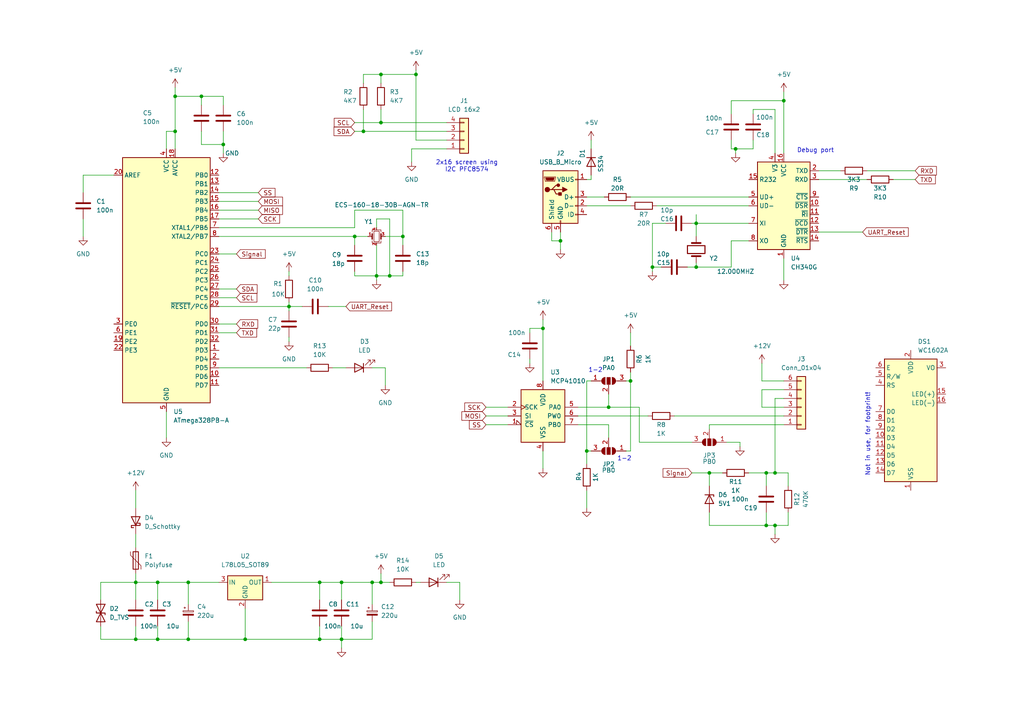
<source format=kicad_sch>
(kicad_sch (version 20250114) (generator "eeschema") (generator_version "9.0")
  (paper "A4")
  (lib_symbols
    (symbol "Connector:USB_B_Micro" (pin_names (offset 1.016))
      (property "Reference" "J" (at -5.08 11.43 0))
      (property "Value" "USB_B_Micro" (at -5.08 8.89 0))
      (symbol "USB_B_Micro_1_1"
        (pin passive line (at -2.54 -10.16 90) (length 2.54) (name "Shield") (number "6"))
        (pin power_out line (at 0 -10.16 90) (length 2.54) (name "GND") (number "5"))
        (pin power_out line (at 7.62 5.08 180) (length 2.54) (name "VBUS") (number "1"))
        (pin bidirectional line (at 7.62 0 180) (length 2.54) (name "D+") (number "3"))
        (pin bidirectional line (at 7.62 -2.54 180) (length 2.54) (name "D-") (number "2"))
        (pin passive line (at 7.62 -5.08 180) (length 2.54) (name "ID") (number "4"))
      )
    )
    (symbol "Connector_Generic:Conn_01x04" (pin_names (offset 1.016) (hide yes))
      (property "Reference" "J" (at 0 5.08 0))
      (property "Value" "Conn_01x04" (at 0 -7.62 0))
      (symbol "Conn_01x04_1_1"
        (pin passive line (at -5.08 2.54 0) (length 3.81) (name "Pin_1") (number "1"))
        (pin passive line (at -5.08 0 0) (length 3.81) (name "Pin_2") (number "2"))
        (pin passive line (at -5.08 -2.54 0) (length 3.81) (name "Pin_3") (number "3"))
        (pin passive line (at -5.08 -5.08 0) (length 3.81) (name "Pin_4") (number "4"))
      )
    )
    (symbol "Connector_Generic:Conn_01x06" (pin_names (offset 1.016) (hide yes))
      (property "Reference" "J" (at 0 7.62 0))
      (property "Value" "Conn_01x06" (at 0 -10.16 0))
      (symbol "Conn_01x06_1_1"
        (pin passive line (at -5.08 5.08 0) (length 3.81) (name "Pin_1") (number "1"))
        (pin passive line (at -5.08 2.54 0) (length 3.81) (name "Pin_2") (number "2"))
        (pin passive line (at -5.08 0 0) (length 3.81) (name "Pin_3") (number "3"))
        (pin passive line (at -5.08 -2.54 0) (length 3.81) (name "Pin_4") (number "4"))
        (pin passive line (at -5.08 -5.08 0) (length 3.81) (name "Pin_5") (number "5"))
        (pin passive line (at -5.08 -7.62 0) (length 3.81) (name "Pin_6") (number "6"))
      )
    )
    (symbol "Device:C" (pin_numbers (hide yes)) (pin_names (offset 0.254))
      (property "Reference" "C" (at 0.635 2.54 0))
      (property "Value" "C" (at 0.635 -2.54 0))
      (symbol "C_1_1"
        (pin passive line (at 0 3.81 270) (length 2.794) (name "~") (number "1"))
        (pin passive line (at 0 -3.81 90) (length 2.794) (name "~") (number "2"))
      )
    )
    (symbol "Device:C_Polarized_Small" (pin_numbers (hide yes)) (pin_names (offset 0.254) (hide yes))
      (property "Reference" "C" (at 0.254 1.778 0))
      (property "Value" "C_Polarized_Small" (at 0.254 -2.032 0))
      (symbol "C_Polarized_Small_1_1"
        (pin passive line (at 0 2.54 270) (length 1.8542) (name "~") (number "1"))
        (pin passive line (at 0 -2.54 90) (length 1.8542) (name "~") (number "2"))
      )
    )
    (symbol "Device:Crystal" (pin_numbers (hide yes)) (pin_names (offset 1.016) (hide yes))
      (property "Reference" "Y" (at 0 3.81 0))
      (property "Value" "Crystal" (at 0 -3.81 0))
      (symbol "Crystal_1_1"
        (pin passive line (at -3.81 0 0) (length 1.27) (name "1") (number "1"))
        (pin passive line (at 3.81 0 180) (length 1.27) (name "2") (number "2"))
      )
    )
    (symbol "Device:Crystal_GND24_Small" (pin_names (offset 1.016) (hide yes))
      (property "Reference" "Y" (at 1.27 4.445 0))
      (property "Value" "Crystal_GND24_Small" (at 1.27 2.54 0))
      (symbol "Crystal_GND24_Small_1_1"
        (pin passive line (at -2.54 0 0) (length 1.27) (name "1") (number "1"))
        (pin passive line (at 0 2.54 270) (length 0.635) (name "4") (number "4"))
        (pin passive line (at 0 -2.54 90) (length 0.635) (name "2") (number "2"))
        (pin passive line (at 2.54 0 180) (length 1.27) (name "3") (number "3"))
      )
    )
    (symbol "Device:D_Schottky" (pin_numbers (hide yes)) (pin_names (offset 1.016) (hide yes))
      (property "Reference" "D" (at 0 2.54 0))
      (property "Value" "D_Schottky" (at 0 -2.54 0))
      (symbol "D_Schottky_1_1"
        (pin passive line (at -3.81 0 0) (length 2.54) (name "K") (number "1"))
        (pin passive line (at 3.81 0 180) (length 2.54) (name "A") (number "2"))
      )
    )
    (symbol "Device:D_TVS" (pin_numbers (hide yes)) (pin_names (offset 1.016) (hide yes))
      (property "Reference" "D" (at 0 2.54 0))
      (property "Value" "D_TVS" (at 0 -2.54 0))
      (symbol "D_TVS_1_1"
        (pin passive line (at -3.81 0 0) (length 2.54) (name "A1") (number "1"))
        (pin passive line (at 3.81 0 180) (length 2.54) (name "A2") (number "2"))
      )
    )
    (symbol "Device:D_Zener" (pin_numbers (hide yes)) (pin_names (offset 1.016) (hide yes))
      (property "Reference" "D" (at 0 2.54 0))
      (property "Value" "D_Zener" (at 0 -2.54 0))
      (symbol "D_Zener_1_1"
        (pin passive line (at -3.81 0 0) (length 2.54) (name "K") (number "1"))
        (pin passive line (at 3.81 0 180) (length 2.54) (name "A") (number "2"))
      )
    )
    (symbol "Device:LED" (pin_numbers (hide yes)) (pin_names (offset 1.016) (hide yes))
      (property "Reference" "D" (at 0 2.54 0))
      (property "Value" "LED" (at 0 -2.54 0))
      (symbol "LED_1_1"
        (pin passive line (at -3.81 0 0) (length 2.54) (name "K") (number "1"))
        (pin passive line (at 3.81 0 180) (length 2.54) (name "A") (number "2"))
      )
    )
    (symbol "Device:Polyfuse" (pin_numbers (hide yes)) (pin_names (offset 0))
      (property "Reference" "F" (at -2.54 0 90))
      (property "Value" "Polyfuse" (at 2.54 0 90))
      (symbol "Polyfuse_1_1"
        (pin passive line (at 0 3.81 270) (length 1.27) (name "~") (number "1"))
        (pin passive line (at 0 -3.81 90) (length 1.27) (name "~") (number "2"))
      )
    )
    (symbol "Device:R" (pin_numbers (hide yes)) (pin_names (offset 0))
      (property "Reference" "R" (at 2.032 0 90))
      (property "Value" "R" (at 0 0 90))
      (symbol "R_1_1"
        (pin passive line (at 0 3.81 270) (length 1.27) (name "~") (number "1"))
        (pin passive line (at 0 -3.81 90) (length 1.27) (name "~") (number "2"))
      )
    )
    (symbol "Diode:MRA4003T3G" (pin_numbers (hide yes)) (pin_names (offset 1.016) (hide yes))
      (property "Reference" "D" (at 0 2.54 0))
      (property "Value" "MRA4003T3G" (at 0 -2.54 0))
      (symbol "MRA4003T3G_1_1"
        (pin passive line (at -3.81 0 0) (length 2.54) (name "K") (number "1"))
        (pin passive line (at 3.81 0 180) (length 2.54) (name "A") (number "2"))
      )
    )
    (symbol "Display_Character:WC1602A"
      (property "Reference" "DS" (at -5.842 19.05 0))
      (property "Value" "WC1602A" (at 5.334 19.05 0))
      (symbol "WC1602A_1_1"
        (pin input line (at -10.16 15.24 0) (length 2.54) (name "E") (number "6"))
        (pin input line (at -10.16 12.7 0) (length 2.54) (name "R/W") (number "5"))
        (pin input line (at -10.16 10.16 0) (length 2.54) (name "RS") (number "4"))
        (pin input line (at -10.16 2.54 0) (length 2.54) (name "D0") (number "7"))
        (pin input line (at -10.16 0 0) (length 2.54) (name "D1") (number "8"))
        (pin input line (at -10.16 -2.54 0) (length 2.54) (name "D2") (number "9"))
        (pin input line (at -10.16 -5.08 0) (length 2.54) (name "D3") (number "10"))
        (pin input line (at -10.16 -7.62 0) (length 2.54) (name "D4") (number "11"))
        (pin input line (at -10.16 -10.16 0) (length 2.54) (name "D5") (number "12"))
        (pin input line (at -10.16 -12.7 0) (length 2.54) (name "D6") (number "13"))
        (pin input line (at -10.16 -15.24 0) (length 2.54) (name "D7") (number "14"))
        (pin power_in line (at 0 20.32 270) (length 2.54) (name "VDD") (number "2"))
        (pin power_in line (at 0 -20.32 90) (length 2.54) (name "VSS") (number "1"))
        (pin input line (at 10.16 15.24 180) (length 2.54) (name "VO") (number "3"))
        (pin power_in line (at 10.16 7.62 180) (length 2.54) (name "LED(+)") (number "15"))
        (pin power_in line (at 10.16 5.08 180) (length 2.54) (name "LED(-)") (number "16"))
      )
    )
    (symbol "Interface_USB:CH340G"
      (property "Reference" "U" (at -5.08 13.97 0))
      (property "Value" "CH340G" (at 1.27 13.97 0))
      (symbol "CH340G_1_1"
        (pin input line (at -10.16 7.62 0) (length 2.54) (name "R232") (number "15"))
        (pin bidirectional line (at -10.16 2.54 0) (length 2.54) (name "UD+") (number "5"))
        (pin bidirectional line (at -10.16 0 0) (length 2.54) (name "UD-") (number "6"))
        (pin input line (at -10.16 -5.08 0) (length 2.54) (name "XI") (number "7"))
        (pin output line (at -10.16 -10.16 0) (length 2.54) (name "XO") (number "8"))
        (pin passive line (at -2.54 15.24 270) (length 2.54) (name "V3") (number "4"))
        (pin power_in line (at 0 15.24 270) (length 2.54) (name "VCC") (number "16"))
        (pin power_in line (at 0 -15.24 90) (length 2.54) (name "GND") (number "1"))
        (pin output line (at 10.16 10.16 180) (length 2.54) (name "TXD") (number "2"))
        (pin input line (at 10.16 7.62 180) (length 2.54) (name "RXD") (number "3"))
        (pin input line (at 10.16 2.54 180) (length 2.54) (name "~{CTS}") (number "9"))
        (pin input line (at 10.16 0 180) (length 2.54) (name "~{DSR}") (number "10"))
        (pin input line (at 10.16 -2.54 180) (length 2.54) (name "~{RI}") (number "11"))
        (pin input line (at 10.16 -5.08 180) (length 2.54) (name "~{DCD}") (number "12"))
        (pin output line (at 10.16 -7.62 180) (length 2.54) (name "~{DTR}") (number "13"))
        (pin output line (at 10.16 -10.16 180) (length 2.54) (name "~{RTS}") (number "14"))
      )
    )
    (symbol "Jumper:SolderJumper_3_Open" (pin_names (offset 0) (hide yes))
      (property "Reference" "JP" (at -2.54 -2.54 0))
      (property "Value" "SolderJumper_3_Open" (at 0 2.794 0))
      (symbol "SolderJumper_3_Open_1_1"
        (pin passive line (at -5.08 0 0) (length 2.54) (name "A") (number "1"))
        (pin passive line (at 0 -3.81 90) (length 2.54) (name "C") (number "2"))
        (pin passive line (at 5.08 0 180) (length 2.54) (name "B") (number "3"))
      )
    )
    (symbol "MCU_Microchip_ATmega:ATmega328PB-A"
      (property "Reference" "U" (at -12.7 36.83 0))
      (property "Value" "ATmega328PB-A" (at 2.54 -36.83 0))
      (symbol "ATmega328PB-A_1_1"
        (pin passive line (at -15.24 30.48 0) (length 2.54) (name "AREF") (number "20"))
        (pin bidirectional line (at -15.24 -12.7 0) (length 2.54) (name "PE0") (number "3"))
        (pin bidirectional line (at -15.24 -15.24 0) (length 2.54) (name "PE1") (number "6"))
        (pin bidirectional line (at -15.24 -17.78 0) (length 2.54) (name "PE2") (number "19"))
        (pin bidirectional line (at -15.24 -20.32 0) (length 2.54) (name "PE3") (number "22"))
        (pin power_in line (at 0 38.1 270) (length 2.54) (name "VCC") (number "4"))
        (pin passive line (at 0 -38.1 90) (length 2.54) (hide yes) (name "GND") (number "21"))
        (pin power_in line (at 0 -38.1 90) (length 2.54) (name "GND") (number "5"))
        (pin power_in line (at 2.54 38.1 270) (length 2.54) (name "AVCC") (number "18"))
        (pin bidirectional line (at 15.24 30.48 180) (length 2.54) (name "PB0") (number "12"))
        (pin bidirectional line (at 15.24 27.94 180) (length 2.54) (name "PB1") (number "13"))
        (pin bidirectional line (at 15.24 25.4 180) (length 2.54) (name "PB2") (number "14"))
        (pin bidirectional line (at 15.24 22.86 180) (length 2.54) (name "PB3") (number "15"))
        (pin bidirectional line (at 15.24 20.32 180) (length 2.54) (name "PB4") (number "16"))
        (pin bidirectional line (at 15.24 17.78 180) (length 2.54) (name "PB5") (number "17"))
        (pin bidirectional line (at 15.24 15.24 180) (length 2.54) (name "XTAL1/PB6") (number "7"))
        (pin bidirectional line (at 15.24 12.7 180) (length 2.54) (name "XTAL2/PB7") (number "8"))
        (pin bidirectional line (at 15.24 7.62 180) (length 2.54) (name "PC0") (number "23"))
        (pin bidirectional line (at 15.24 5.08 180) (length 2.54) (name "PC1") (number "24"))
        (pin bidirectional line (at 15.24 2.54 180) (length 2.54) (name "PC2") (number "25"))
        (pin bidirectional line (at 15.24 0 180) (length 2.54) (name "PC3") (number "26"))
        (pin bidirectional line (at 15.24 -2.54 180) (length 2.54) (name "PC4") (number "27"))
        (pin bidirectional line (at 15.24 -5.08 180) (length 2.54) (name "PC5") (number "28"))
        (pin bidirectional line (at 15.24 -7.62 180) (length 2.54) (name "~{RESET}/PC6") (number "29"))
        (pin bidirectional line (at 15.24 -12.7 180) (length 2.54) (name "PD0") (number "30"))
        (pin bidirectional line (at 15.24 -15.24 180) (length 2.54) (name "PD1") (number "31"))
        (pin bidirectional line (at 15.24 -17.78 180) (length 2.54) (name "PD2") (number "32"))
        (pin bidirectional line (at 15.24 -20.32 180) (length 2.54) (name "PD3") (number "1"))
        (pin bidirectional line (at 15.24 -22.86 180) (length 2.54) (name "PD4") (number "2"))
        (pin bidirectional line (at 15.24 -25.4 180) (length 2.54) (name "PD5") (number "9"))
        (pin bidirectional line (at 15.24 -27.94 180) (length 2.54) (name "PD6") (number "10"))
        (pin bidirectional line (at 15.24 -30.48 180) (length 2.54) (name "PD7") (number "11"))
      )
    )
    (symbol "Potentiometer_Digital:MCP41010" (pin_names (offset 1.016))
      (property "Reference" "U" (at -6.35 8.89 0))
      (property "Value" "MCP41010" (at 1.27 8.89 0))
      (symbol "MCP41010_1_1"
        (pin passive clock (at -10.16 2.54 0) (length 3.81) (name "SCK") (number "2"))
        (pin input line (at -10.16 0 0) (length 3.81) (name "SI") (number "3"))
        (pin input input_low (at -10.16 -2.54 0) (length 3.81) (name "~{CS}") (number "1"))
        (pin power_in line (at 0 10.16 270) (length 2.54) (name "VDD") (number "8"))
        (pin power_in line (at 0 -10.16 90) (length 2.54) (name "VSS") (number "4"))
        (pin passive line (at 10.16 2.54 180) (length 3.81) (name "PA0") (number "5"))
        (pin passive line (at 10.16 0 180) (length 3.81) (name "PW0") (number "6"))
        (pin passive line (at 10.16 -2.54 180) (length 3.81) (name "PB0") (number "7"))
      )
    )
    (symbol "Regulator_Linear:L78L05_SOT89" (pin_names (offset 0.254))
      (property "Reference" "U" (at -3.81 3.175 0))
      (property "Value" "L78L05_SOT89" (at -0.635 3.175 0))
      (symbol "L78L05_SOT89_1_1"
        (pin power_in line (at -7.62 0 0) (length 2.54) (name "IN") (number "3"))
        (pin power_in line (at 0 -7.62 90) (length 2.54) (name "GND") (number "2"))
        (pin power_out line (at 7.62 0 180) (length 2.54) (name "OUT") (number "1"))
      )
    )
    (symbol "power:+12V" (power) (pin_names (offset 0))
      (property "Value" "+12V" (at 0 3.556 0))
      (symbol "+12V_1_1"
        (pin power_in line (at 0 0 90) (length 0) (hide yes) (name "+12V") (number "1"))
      )
    )
    (symbol "power:+5V" (power) (pin_names (offset 0))
      (property "Value" "+5V" (at 0 3.556 0))
      (symbol "+5V_1_1"
        (pin power_in line (at 0 0 90) (length 0) (hide yes) (name "+5V") (number "1"))
      )
    )
    (symbol "power:GND" (power) (pin_names (offset 0))
      (property "Value" "GND" (at 0 -3.81 0))
      (symbol "GND_1_1"
        (pin power_in line (at 0 0 270) (length 0) (hide yes) (name "GND") (number "1"))
      )
    )
  )
  (text "2x16 screen using \nI2C PFC8574 " (at 135.89 48.26 0) (effects (font (size 1.27 1.27))))
  (text "1-2" (at 181.102 133.096 0) (effects (font (size 1.27 1.27))))
  (text "Not in use, for footprint!" (at 251.714 125.984 90) (effects (font (size 1.27 1.27))))
  (text "1-2" (at 172.72 107.442 0) (effects (font (size 1.27 1.27))))
  (text "Debug port" (at 231.14 44.45 0) (effects (font (size 1.27 1.27)) (justify left bottom)))
  (junction (at 222.25 152.4))
  (junction (at 50.8 38.1))
  (junction (at 92.71 168.91))
  (junction (at 157.48 95.25))
  (junction (at 201.93 64.77))
  (junction (at 105.41 38.1))
  (junction (at 162.56 69.85))
  (junction (at 92.71 185.42))
  (junction (at 99.06 168.91))
  (junction (at 54.61 185.42))
  (junction (at 189.23 77.47))
  (junction (at 182.88 110.49))
  (junction (at 224.79 152.4))
  (junction (at 45.72 168.91))
  (junction (at 54.61 168.91))
  (junction (at 83.82 88.9))
  (junction (at 176.53 118.11))
  (junction (at 213.36 43.18))
  (junction (at 107.95 168.91))
  (junction (at 39.37 168.91))
  (junction (at 205.74 137.16))
  (junction (at 99.06 185.42))
  (junction (at 201.93 77.47))
  (junction (at 110.49 35.56))
  (junction (at 50.8 27.94))
  (junction (at 120.65 21.59))
  (junction (at 170.18 130.81))
  (junction (at 224.79 137.16))
  (junction (at 102.87 68.58))
  (junction (at 110.49 21.59))
  (junction (at 113.03 80.01))
  (junction (at 222.25 137.16))
  (junction (at 64.77 41.91))
  (junction (at 39.37 185.42))
  (junction (at 116.84 68.58))
  (junction (at 227.33 29.21))
  (junction (at 71.12 185.42))
  (junction (at 109.22 80.01))
  (junction (at 58.42 27.94))
  (junction (at 110.49 168.91))
  (junction (at 45.72 185.42))
  (wire (pts (xy 109.22 63.5) (xy 113.03 63.5)))
  (wire (pts (xy 133.35 168.91) (xy 133.35 173.99)))
  (wire (pts (xy 185.42 128.27) (xy 185.42 118.11)))
  (wire (pts (xy 251.46 49.53) (xy 265.43 49.53)))
  (wire (pts (xy 63.5 96.52) (xy 68.58 96.52)))
  (wire (pts (xy 140.97 123.19) (xy 147.32 123.19)))
  (wire (pts (xy 96.52 106.68) (xy 100.33 106.68)))
  (wire (pts (xy 220.98 105.41) (xy 220.98 110.49)))
  (wire (pts (xy 105.41 21.59) (xy 110.49 21.59)))
  (wire (pts (xy 29.21 168.91) (xy 29.21 173.99)))
  (wire (pts (xy 71.12 176.53) (xy 71.12 185.42)))
  (wire (pts (xy 182.88 59.69) (xy 170.18 59.69)))
  (wire (pts (xy 92.71 168.91) (xy 92.71 173.99)))
  (wire (pts (xy 39.37 168.91) (xy 29.21 168.91)))
  (wire (pts (xy 58.42 41.91) (xy 64.77 41.91)))
  (wire (pts (xy 176.53 118.11) (xy 176.53 114.3)))
  (wire (pts (xy 109.22 80.01) (xy 113.03 80.01)))
  (wire (pts (xy 218.44 31.75) (xy 224.79 31.75)))
  (wire (pts (xy 237.49 67.31) (xy 250.19 67.31)))
  (wire (pts (xy 205.74 123.19) (xy 227.33 123.19)))
  (wire (pts (xy 129.54 168.91) (xy 133.35 168.91)))
  (wire (pts (xy 214.63 128.27) (xy 214.63 129.54)))
  (wire (pts (xy 220.98 110.49) (xy 227.33 110.49)))
  (wire (pts (xy 110.49 166.37) (xy 110.49 168.91)))
  (wire (pts (xy 54.61 185.42) (xy 54.61 180.34)))
  (wire (pts (xy 227.33 74.93) (xy 227.33 81.28)))
  (wire (pts (xy 201.93 68.58) (xy 201.93 64.77)))
  (wire (pts (xy 92.71 181.61) (xy 92.71 185.42)))
  (wire (pts (xy 189.23 64.77) (xy 189.23 77.47)))
  (wire (pts (xy 153.67 104.14) (xy 153.67 105.41)))
  (wire (pts (xy 201.93 64.77) (xy 217.17 64.77)))
  (wire (pts (xy 110.49 21.59) (xy 120.65 21.59)))
  (wire (pts (xy 33.02 50.8) (xy 24.13 50.8)))
  (wire (pts (xy 162.56 67.31) (xy 162.56 69.85)))
  (wire (pts (xy 83.82 97.79) (xy 83.82 99.06)))
  (wire (pts (xy 222.25 152.4) (xy 224.79 152.4)))
  (wire (pts (xy 83.82 88.9) (xy 83.82 87.63)))
  (wire (pts (xy 218.44 43.18) (xy 218.44 40.64)))
  (wire (pts (xy 162.56 69.85) (xy 162.56 72.39)))
  (wire (pts (xy 63.5 68.58) (xy 102.87 68.58)))
  (wire (pts (xy 157.48 92.71) (xy 157.48 95.25)))
  (wire (pts (xy 102.87 78.74) (xy 102.87 80.01)))
  (wire (pts (xy 107.95 185.42) (xy 107.95 180.34)))
  (wire (pts (xy 212.09 29.21) (xy 227.33 29.21)))
  (wire (pts (xy 228.6 152.4) (xy 228.6 148.59)))
  (wire (pts (xy 39.37 181.61) (xy 39.37 185.42)))
  (wire (pts (xy 220.98 113.03) (xy 227.33 113.03)))
  (wire (pts (xy 182.88 110.49) (xy 182.88 130.81)))
  (wire (pts (xy 153.67 95.25) (xy 157.48 95.25)))
  (wire (pts (xy 157.48 95.25) (xy 157.48 110.49)))
  (wire (pts (xy 182.88 57.15) (xy 217.17 57.15)))
  (wire (pts (xy 50.8 27.94) (xy 58.42 27.94)))
  (wire (pts (xy 105.41 38.1) (xy 129.54 38.1)))
  (wire (pts (xy 120.65 20.32) (xy 120.65 21.59)))
  (wire (pts (xy 224.79 137.16) (xy 222.25 137.16)))
  (wire (pts (xy 107.95 168.91) (xy 107.95 175.26)))
  (wire (pts (xy 105.41 24.13) (xy 105.41 21.59)))
  (wire (pts (xy 205.74 123.19) (xy 205.74 124.46)))
  (wire (pts (xy 176.53 123.19) (xy 176.53 127)))
  (wire (pts (xy 109.22 71.12) (xy 109.22 80.01)))
  (wire (pts (xy 217.17 69.85) (xy 212.09 69.85)))
  (wire (pts (xy 205.74 148.59) (xy 205.74 152.4)))
  (wire (pts (xy 63.5 73.66) (xy 68.58 73.66)))
  (wire (pts (xy 160.02 67.31) (xy 160.02 69.85)))
  (wire (pts (xy 63.5 63.5) (xy 74.93 63.5)))
  (wire (pts (xy 64.77 30.48) (xy 64.77 27.94)))
  (wire (pts (xy 167.64 120.65) (xy 187.96 120.65)))
  (wire (pts (xy 45.72 173.99) (xy 45.72 168.91)))
  (wire (pts (xy 170.18 130.81) (xy 170.18 134.62)))
  (wire (pts (xy 48.26 38.1) (xy 50.8 38.1)))
  (wire (pts (xy 189.23 77.47) (xy 189.23 78.74)))
  (wire (pts (xy 140.97 120.65) (xy 147.32 120.65)))
  (wire (pts (xy 29.21 181.61) (xy 29.21 185.42)))
  (wire (pts (xy 205.74 137.16) (xy 209.55 137.16)))
  (wire (pts (xy 201.93 77.47) (xy 199.39 77.47)))
  (wire (pts (xy 102.87 68.58) (xy 102.87 71.12)))
  (wire (pts (xy 102.87 60.96) (xy 102.87 66.04)))
  (wire (pts (xy 71.12 185.42) (xy 92.71 185.42)))
  (wire (pts (xy 111.76 106.68) (xy 111.76 111.76)))
  (wire (pts (xy 224.79 152.4) (xy 228.6 152.4)))
  (wire (pts (xy 212.09 69.85) (xy 212.09 77.47)))
  (wire (pts (xy 170.18 110.49) (xy 170.18 130.81)))
  (wire (pts (xy 45.72 168.91) (xy 54.61 168.91)))
  (wire (pts (xy 227.33 29.21) (xy 227.33 44.45)))
  (wire (pts (xy 45.72 168.91) (xy 39.37 168.91)))
  (wire (pts (xy 185.42 118.11) (xy 176.53 118.11)))
  (wire (pts (xy 227.33 115.57) (xy 224.79 115.57)))
  (wire (pts (xy 171.45 50.8) (xy 171.45 52.07)))
  (wire (pts (xy 222.25 148.59) (xy 222.25 152.4)))
  (wire (pts (xy 259.08 52.07) (xy 265.43 52.07)))
  (wire (pts (xy 63.5 93.98) (xy 68.58 93.98)))
  (wire (pts (xy 171.45 52.07) (xy 170.18 52.07)))
  (wire (pts (xy 99.06 185.42) (xy 107.95 185.42)))
  (wire (pts (xy 48.26 43.18) (xy 48.26 38.1)))
  (wire (pts (xy 63.5 86.36) (xy 68.58 86.36)))
  (wire (pts (xy 102.87 35.56) (xy 110.49 35.56)))
  (wire (pts (xy 63.5 88.9) (xy 83.82 88.9)))
  (wire (pts (xy 171.45 110.49) (xy 170.18 110.49)))
  (wire (pts (xy 170.18 130.81) (xy 171.45 130.81)))
  (wire (pts (xy 205.74 137.16) (xy 205.74 140.97)))
  (wire (pts (xy 213.36 43.18) (xy 218.44 43.18)))
  (wire (pts (xy 116.84 60.96) (xy 116.84 68.58)))
  (wire (pts (xy 113.03 168.91) (xy 110.49 168.91)))
  (wire (pts (xy 50.8 27.94) (xy 50.8 25.4)))
  (wire (pts (xy 181.61 110.49) (xy 182.88 110.49)))
  (wire (pts (xy 83.82 88.9) (xy 83.82 90.17)))
  (wire (pts (xy 99.06 168.91) (xy 99.06 173.99)))
  (wire (pts (xy 224.79 31.75) (xy 224.79 44.45)))
  (wire (pts (xy 167.64 123.19) (xy 176.53 123.19)))
  (wire (pts (xy 110.49 35.56) (xy 129.54 35.56)))
  (wire (pts (xy 170.18 142.24) (xy 170.18 147.32)))
  (wire (pts (xy 58.42 30.48) (xy 58.42 27.94)))
  (wire (pts (xy 210.82 128.27) (xy 214.63 128.27)))
  (wire (pts (xy 109.22 80.01) (xy 109.22 81.28)))
  (wire (pts (xy 63.5 83.82) (xy 68.58 83.82)))
  (wire (pts (xy 92.71 168.91) (xy 99.06 168.91)))
  (wire (pts (xy 160.02 69.85) (xy 162.56 69.85)))
  (wire (pts (xy 63.5 66.04) (xy 102.87 66.04)))
  (wire (pts (xy 111.76 68.58) (xy 116.84 68.58)))
  (wire (pts (xy 102.87 38.1) (xy 105.41 38.1)))
  (wire (pts (xy 116.84 80.01) (xy 116.84 78.74)))
  (wire (pts (xy 39.37 185.42) (xy 45.72 185.42)))
  (wire (pts (xy 167.64 118.11) (xy 176.53 118.11)))
  (wire (pts (xy 213.36 43.18) (xy 213.36 44.45)))
  (wire (pts (xy 39.37 142.24) (xy 39.37 147.32)))
  (wire (pts (xy 99.06 181.61) (xy 99.06 185.42)))
  (wire (pts (xy 109.22 66.04) (xy 109.22 63.5)))
  (wire (pts (xy 220.98 118.11) (xy 227.33 118.11)))
  (wire (pts (xy 212.09 77.47) (xy 201.93 77.47)))
  (wire (pts (xy 205.74 152.4) (xy 222.25 152.4)))
  (wire (pts (xy 54.61 185.42) (xy 71.12 185.42)))
  (wire (pts (xy 113.03 63.5) (xy 113.03 80.01)))
  (wire (pts (xy 120.65 21.59) (xy 120.65 40.64)))
  (wire (pts (xy 58.42 38.1) (xy 58.42 41.91)))
  (wire (pts (xy 45.72 185.42) (xy 54.61 185.42)))
  (wire (pts (xy 63.5 55.88) (xy 74.93 55.88)))
  (wire (pts (xy 157.48 130.81) (xy 157.48 135.89)))
  (wire (pts (xy 110.49 31.75) (xy 110.49 35.56)))
  (wire (pts (xy 190.5 59.69) (xy 217.17 59.69)))
  (wire (pts (xy 64.77 41.91) (xy 64.77 38.1)))
  (wire (pts (xy 107.95 168.91) (xy 110.49 168.91)))
  (wire (pts (xy 120.65 168.91) (xy 121.92 168.91)))
  (wire (pts (xy 182.88 107.95) (xy 182.88 110.49)))
  (wire (pts (xy 54.61 168.91) (xy 54.61 175.26)))
  (wire (pts (xy 237.49 49.53) (xy 243.84 49.53)))
  (wire (pts (xy 64.77 41.91) (xy 64.77 44.45)))
  (wire (pts (xy 237.49 52.07) (xy 251.46 52.07)))
  (wire (pts (xy 228.6 140.97) (xy 228.6 137.16)))
  (wire (pts (xy 153.67 96.52) (xy 153.67 95.25)))
  (wire (pts (xy 63.5 60.96) (xy 74.93 60.96)))
  (wire (pts (xy 212.09 40.64) (xy 212.09 43.18)))
  (wire (pts (xy 170.18 57.15) (xy 175.26 57.15)))
  (wire (pts (xy 63.5 58.42) (xy 74.93 58.42)))
  (wire (pts (xy 78.74 168.91) (xy 92.71 168.91)))
  (wire (pts (xy 222.25 137.16) (xy 222.25 140.97)))
  (wire (pts (xy 116.84 71.12) (xy 116.84 68.58)))
  (wire (pts (xy 29.21 185.42) (xy 39.37 185.42)))
  (wire (pts (xy 107.95 106.68) (xy 111.76 106.68)))
  (wire (pts (xy 119.38 43.18) (xy 119.38 46.99)))
  (wire (pts (xy 105.41 31.75) (xy 105.41 38.1)))
  (wire (pts (xy 99.06 168.91) (xy 107.95 168.91)))
  (wire (pts (xy 48.26 119.38) (xy 48.26 127)))
  (wire (pts (xy 83.82 88.9) (xy 87.63 88.9)))
  (wire (pts (xy 113.03 80.01) (xy 116.84 80.01)))
  (wire (pts (xy 200.66 137.16) (xy 205.74 137.16)))
  (wire (pts (xy 92.71 185.42) (xy 99.06 185.42)))
  (wire (pts (xy 201.93 76.2) (xy 201.93 77.47)))
  (wire (pts (xy 45.72 181.61) (xy 45.72 185.42)))
  (wire (pts (xy 95.25 88.9) (xy 100.33 88.9)))
  (wire (pts (xy 189.23 77.47) (xy 191.77 77.47)))
  (wire (pts (xy 171.45 40.64) (xy 171.45 43.18)))
  (wire (pts (xy 182.88 96.52) (xy 182.88 100.33)))
  (wire (pts (xy 224.79 115.57) (xy 224.79 137.16)))
  (wire (pts (xy 120.65 40.64) (xy 129.54 40.64)))
  (wire (pts (xy 227.33 26.67) (xy 227.33 29.21)))
  (wire (pts (xy 224.79 152.4) (xy 224.79 154.94)))
  (wire (pts (xy 39.37 168.91) (xy 39.37 173.99)))
  (wire (pts (xy 63.5 106.68) (xy 88.9 106.68)))
  (wire (pts (xy 63.5 168.91) (xy 54.61 168.91)))
  (wire (pts (xy 110.49 24.13) (xy 110.49 21.59)))
  (wire (pts (xy 217.17 137.16) (xy 222.25 137.16)))
  (wire (pts (xy 181.61 130.81) (xy 182.88 130.81)))
  (wire (pts (xy 189.23 64.77) (xy 193.04 64.77)))
  (wire (pts (xy 212.09 43.18) (xy 213.36 43.18)))
  (wire (pts (xy 50.8 38.1) (xy 50.8 43.18)))
  (wire (pts (xy 228.6 137.16) (xy 224.79 137.16)))
  (wire (pts (xy 212.09 33.02) (xy 212.09 29.21)))
  (wire (pts (xy 102.87 60.96) (xy 116.84 60.96)))
  (wire (pts (xy 102.87 68.58) (xy 106.68 68.58)))
  (wire (pts (xy 201.93 64.77) (xy 201.93 62.23)))
  (wire (pts (xy 99.06 185.42) (xy 99.06 187.96)))
  (wire (pts (xy 64.77 27.94) (xy 58.42 27.94)))
  (wire (pts (xy 102.87 80.01) (xy 109.22 80.01)))
  (wire (pts (xy 50.8 38.1) (xy 50.8 27.94)))
  (wire (pts (xy 83.82 78.74) (xy 83.82 80.01)))
  (wire (pts (xy 39.37 166.37) (xy 39.37 168.91)))
  (wire (pts (xy 200.66 128.27) (xy 185.42 128.27)))
  (wire (pts (xy 200.66 64.77) (xy 201.93 64.77)))
  (wire (pts (xy 218.44 33.02) (xy 218.44 31.75)))
  (wire (pts (xy 220.98 113.03) (xy 220.98 118.11)))
  (wire (pts (xy 24.13 63.5) (xy 24.13 68.58)))
  (wire (pts (xy 39.37 154.94) (xy 39.37 158.75)))
  (wire (pts (xy 195.58 120.65) (xy 227.33 120.65)))
  (wire (pts (xy 140.97 118.11) (xy 147.32 118.11)))
  (wire (pts (xy 24.13 50.8) (xy 24.13 55.88)))
  (wire (pts (xy 119.38 43.18) (xy 129.54 43.18)))
  (global_label "RXD" (shape input) (at 265.43 49.53 0) (property "Intersheetrefs" "${INTERSHEET_REFS}" (effects (hide yes))))
  (global_label "SCL" (shape input) (at 102.87 35.56 180) (property "Intersheetrefs" "${INTERSHEET_REFS}" (effects (hide yes))))
  (global_label "TXD" (shape input) (at 68.58 96.52 0) (property "Intersheetrefs" "${INTERSHEET_REFS}" (effects (hide yes))))
  (global_label "UART_Reset" (shape input) (at 100.33 88.9 0) (property "Intersheetrefs" "${INTERSHEET_REFS}" (effects (hide yes))))
  (global_label "SCK" (shape input) (at 140.97 118.11 180) (property "Intersheetrefs" "${INTERSHEET_REFS}" (effects (hide yes))))
  (global_label "TXD" (shape input) (at 265.43 52.07 0) (property "Intersheetrefs" "${INTERSHEET_REFS}" (effects (hide yes))))
  (global_label "RXD" (shape input) (at 68.58 93.98 0) (property "Intersheetrefs" "${INTERSHEET_REFS}" (effects (hide yes))))
  (global_label "MOSI" (shape input) (at 74.93 58.42 0) (property "Intersheetrefs" "${INTERSHEET_REFS}" (effects (hide yes))))
  (global_label "UART_Reset" (shape input) (at 250.19 67.31 0) (property "Intersheetrefs" "${INTERSHEET_REFS}" (effects (hide yes))))
  (global_label "MOSI" (shape input) (at 140.97 120.65 180) (property "Intersheetrefs" "${INTERSHEET_REFS}" (effects (hide yes))))
  (global_label "MISO" (shape input) (at 74.93 60.96 0) (property "Intersheetrefs" "${INTERSHEET_REFS}" (effects (hide yes))))
  (global_label "Signal" (shape input) (at 68.58 73.66 0) (property "Intersheetrefs" "${INTERSHEET_REFS}" (effects (hide yes))))
  (global_label "SDA" (shape input) (at 68.58 83.82 0) (property "Intersheetrefs" "${INTERSHEET_REFS}" (effects (hide yes))))
  (global_label "SCL" (shape input) (at 68.58 86.36 0) (property "Intersheetrefs" "${INTERSHEET_REFS}" (effects (hide yes))))
  (global_label "SDA" (shape input) (at 102.87 38.1 180) (property "Intersheetrefs" "${INTERSHEET_REFS}" (effects (hide yes))))
  (global_label "SS" (shape input) (at 140.97 123.19 180) (property "Intersheetrefs" "${INTERSHEET_REFS}" (effects (hide yes))))
  (global_label "SCK" (shape input) (at 74.93 63.5 0) (property "Intersheetrefs" "${INTERSHEET_REFS}" (effects (hide yes))))
  (global_label "SS" (shape input) (at 74.93 55.88 0) (property "Intersheetrefs" "${INTERSHEET_REFS}" (effects (hide yes))))
  (global_label "Signal" (shape input) (at 200.66 137.16 180) (property "Intersheetrefs" "${INTERSHEET_REFS}" (effects (hide yes))))
  (symbol (lib_id "power:GND") (at 119.38 46.99 0) (unit 1)
    (property "Reference" "#PWR012" (effects (hide yes)))
    (property "Value" "GND" (at 119.38 52.07 0))
  )
  (symbol (lib_id "Device:R") (at 191.77 120.65 90) (mirror x) (unit 1)
    (property "Reference" "R8" (at 191.77 123.19 90))
    (property "Value" "1K" (at 191.77 125.73 90))
    (property "Footprint" "Resistor_SMD:R_0603_1608Metric_Pad0.98x0.95mm_HandSolder" (effects (hide yes)))
  )
  (symbol (lib_id "power:GND") (at 189.23 78.74 0) (mirror y) (unit 1)
    (property "Reference" "#PWR020" (effects (hide yes)))
    (property "Value" "GND" (effects (hide yes)))
  )
  (symbol (lib_id "Device:D_Zener") (at 205.74 144.78 270) (unit 1)
    (property "Reference" "D6" (at 208.28 143.5099 90) (effects (justify left)))
    (property "Value" "5V1" (at 208.28 146.0499 90) (effects (justify left)))
    (property "Footprint" "Diode_SMD:D_MiniMELF" (effects (hide yes)))
  )
  (symbol (lib_id "power:GND") (at 24.13 68.58 0) (unit 1)
    (property "Reference" "#PWR01" (effects (hide yes)))
    (property "Value" "GND" (at 24.13 73.66 0))
  )
  (symbol (lib_id "power:GND") (at 162.56 72.39 0) (mirror y) (unit 1)
    (property "Reference" "#PWR016" (effects (hide yes)))
    (property "Value" "GND" (effects (hide yes)))
  )
  (symbol (lib_id "power:GND") (at 213.36 44.45 0) (mirror y) (unit 1)
    (property "Reference" "#PWR021" (effects (hide yes)))
    (property "Value" "GND" (effects (hide yes)))
  )
  (symbol (lib_id "Device:R") (at 255.27 52.07 90) (unit 1)
    (property "Reference" "R10" (at 255.27 57.15 90))
    (property "Value" "3K3" (at 255.27 54.61 90))
    (property "Footprint" "Resistor_SMD:R_0603_1608Metric_Pad0.98x0.95mm_HandSolder" (effects (hide yes)))
  )
  (symbol (lib_id "power:+5V") (at 50.8 25.4 0) (unit 1)
    (property "Reference" "#PWR04" (effects (hide yes)))
    (property "Value" "+5V" (at 50.8 20.32 0))
  )
  (symbol (lib_id "Device:R") (at 170.18 138.43 0) (mirror x) (unit 1)
    (property "Reference" "R4" (at 167.894 138.176 90))
    (property "Value" "1K" (at 172.72 138.43 90))
    (property "Footprint" "Resistor_SMD:R_0603_1608Metric_Pad0.98x0.95mm_HandSolder" (effects (hide yes)))
  )
  (symbol (lib_id "power:GND") (at 83.82 99.06 0) (unit 1)
    (property "Reference" "#PWR07" (effects (hide yes)))
    (property "Value" "GND" (at 83.82 104.14 0))
  )
  (symbol (lib_id "Device:R") (at 92.71 106.68 90) (unit 1)
    (property "Reference" "R13" (at 92.71 100.33 90))
    (property "Value" "10K" (at 92.71 102.87 90))
    (property "Footprint" "Resistor_SMD:R_0603_1608Metric" (effects (hide yes)))
  )
  (symbol (lib_id "power:GND") (at 214.63 129.54 0) (mirror y) (unit 1)
    (property "Reference" "#PWR023" (effects (hide yes)))
    (property "Value" "GND" (effects (hide yes)))
  )
  (symbol (lib_id "power:GND") (at 224.79 154.94 0) (mirror y) (unit 1)
    (property "Reference" "#PWR0103" (effects (hide yes)))
    (property "Value" "GND" (effects (hide yes)))
  )
  (symbol (lib_id "Device:C") (at 91.44 88.9 90) (unit 1)
    (property "Reference" "C10" (at 91.44 81.28 90))
    (property "Value" "100n" (at 91.44 83.82 90))
    (property "Footprint" "Capacitor_SMD:C_0603_1608Metric" (effects (hide yes)))
  )
  (symbol (lib_id "Device:R") (at 110.49 27.94 0) (unit 1)
    (property "Reference" "R3" (at 113.03 26.6699 0) (effects (justify left)))
    (property "Value" "4K7" (at 113.03 29.2099 0) (effects (justify left)))
    (property "Footprint" "Resistor_SMD:R_0603_1608Metric" (effects (hide yes)))
  )
  (symbol (lib_id "Device:C") (at 116.84 74.93 0) (unit 1)
    (property "Reference" "C13" (at 120.65 73.6599 0) (effects (justify left)))
    (property "Value" "18p" (at 120.65 76.1999 0) (effects (justify left)))
    (property "Footprint" "Capacitor_SMD:C_0805_2012Metric" (effects (hide yes)))
  )
  (symbol (lib_id "Device:C") (at 99.06 177.8 0) (unit 1)
    (property "Reference" "C11" (at 100.33 175.26 0) (effects (justify left)))
    (property "Value" "10u" (at 101.6 181.61 0) (effects (justify left)))
    (property "Footprint" "Capacitor_SMD:C_1206_3216Metric_Pad1.33x1.80mm_HandSolder" (effects (hide yes)))
  )
  (symbol (lib_id "Device:C") (at 45.72 177.8 0) (unit 1)
    (property "Reference" "C3" (at 46.99 175.26 0) (effects (justify left)))
    (property "Value" "10u" (at 48.26 181.61 0) (effects (justify left)))
    (property "Footprint" "Capacitor_SMD:C_1206_3216Metric_Pad1.33x1.80mm_HandSolder" (effects (hide yes)))
  )
  (symbol (lib_id "power:GND") (at 111.76 111.76 0) (unit 1)
    (property "Reference" "#PWR0104" (effects (hide yes)))
    (property "Value" "GND" (at 111.76 116.84 0))
  )
  (symbol (lib_id "power:GND") (at 109.22 81.28 0) (unit 1)
    (property "Reference" "#PWR09" (effects (hide yes)))
    (property "Value" "GND" (effects (hide yes)))
  )
  (symbol (lib_id "power:GND") (at 153.67 105.41 0) (mirror y) (unit 1)
    (property "Reference" "#PWR013" (effects (hide yes)))
    (property "Value" "GND" (effects (hide yes)))
  )
  (symbol (lib_id "Device:R") (at 105.41 27.94 0) (unit 1)
    (property "Reference" "R2" (at 99.568 26.67 0) (effects (justify left)))
    (property "Value" "4K7" (at 99.568 29.21 0) (effects (justify left)))
    (property "Footprint" "Resistor_SMD:R_0603_1608Metric" (effects (hide yes)))
  )
  (symbol (lib_id "Device:C_Polarized_Small") (at 54.61 177.8 0) (unit 1)
    (property "Reference" "C4" (at 57.15 175.9838 0) (effects (justify left)))
    (property "Value" "220u" (at 57.15 178.5238 0) (effects (justify left)))
    (property "Footprint" "Capacitor_SMD:CP_Elec_10x10" (effects (hide yes)))
  )
  (symbol (lib_id "power:GND") (at 48.26 127 0) (unit 1)
    (property "Reference" "#PWR03" (effects (hide yes)))
    (property "Value" "GND" (at 48.26 132.08 0))
  )
  (symbol (lib_id "Device:C") (at 102.87 74.93 0) (unit 1)
    (property "Reference" "C9" (at 96.266 73.914 0) (effects (justify left)))
    (property "Value" "18p" (at 96.266 76.454 0) (effects (justify left)))
    (property "Footprint" "Capacitor_SMD:C_0805_2012Metric" (effects (hide yes)))
  )
  (symbol (lib_id "power:GND") (at 133.35 173.99 0) (unit 1)
    (property "Reference" "#PWR0105" (effects (hide yes)))
    (property "Value" "GND" (at 133.35 179.07 0))
  )
  (symbol (lib_id "Device:R") (at 186.69 59.69 90) (mirror x) (unit 1)
    (property "Reference" "R7" (at 186.69 62.23 90))
    (property "Value" "20R" (at 186.69 64.77 90))
    (property "Footprint" "Resistor_SMD:R_0603_1608Metric_Pad0.98x0.95mm_HandSolder" (effects (hide yes)))
  )
  (symbol (lib_id "Device:C") (at 39.37 177.8 0) (unit 1)
    (property "Reference" "C2" (at 41.91 175.26 0) (effects (justify left)))
    (property "Value" "100n" (at 40.64 181.61 0) (effects (justify left)))
    (property "Footprint" "Capacitor_SMD:C_0603_1608Metric_Pad1.08x0.95mm_HandSolder" (effects (hide yes)))
  )
  (symbol (lib_id "Device:C") (at 196.85 64.77 270) (unit 1)
    (property "Reference" "C16" (at 191.516 63.5 90) (effects (justify left)))
    (property "Value" "10p" (at 191.516 60.96 90) (effects (justify left)))
    (property "Footprint" "Capacitor_SMD:C_0603_1608Metric_Pad1.08x0.95mm_HandSolder" (effects (hide yes)))
  )
  (symbol (lib_id "power:+12V") (at 220.98 105.41 0) (unit 1)
    (property "Reference" "#PWR022" (effects (hide yes)))
    (property "Value" "+12V" (at 220.98 100.33 0))
  )
  (symbol (lib_id "MCU_Microchip_ATmega:ATmega328PB-A") (at 48.26 81.28 0) (unit 1)
    (property "Reference" "U5" (at 50.2794 119.38 0) (effects (justify left)))
    (property "Value" "ATmega328PB-A" (at 50.2794 121.92 0) (effects (justify left)))
    (property "Footprint" "Package_QFP:TQFP-32_7x7mm_P0.8mm" (effects (hide yes)))
    (property "Datasheet" "http://ww1.microchip.com/downloads/en/DeviceDoc/40001906C.pdf" (effects (hide yes)))
  )
  (symbol (lib_id "Device:C") (at 83.82 93.98 180) (unit 1)
    (property "Reference" "C7" (at 77.724 92.71 0) (effects (justify right)))
    (property "Value" "22p" (at 77.724 95.25 0) (effects (justify right)))
    (property "Footprint" "Capacitor_SMD:C_0603_1608Metric" (effects (hide yes)))
  )
  (symbol (lib_id "Device:Polyfuse") (at 39.37 162.56 0) (unit 1)
    (property "Reference" "F1" (at 41.91 161.2899 0) (effects (justify left)))
    (property "Value" "Polyfuse" (at 41.91 163.8299 0) (effects (justify left)))
    (property "Footprint" "Resistor_SMD:R_2512_6332Metric" (effects (hide yes)))
  )
  (symbol (lib_id "power:+12V") (at 39.37 142.24 0) (unit 1)
    (property "Reference" "#PWR02" (effects (hide yes)))
    (property "Value" "+12V" (at 39.37 137.16 0))
  )
  (symbol (lib_id "Device:D_Schottky") (at 39.37 151.13 90) (unit 1)
    (property "Reference" "D4" (at 41.91 150.1774 90) (effects (justify right)))
    (property "Value" "D_Schottky" (at 41.91 152.7174 90) (effects (justify right)))
    (property "Footprint" "Diode_SMD:D_SMA" (effects (hide yes)))
  )
  (symbol (lib_id "power:+5V") (at 182.88 96.52 0) (unit 1)
    (property "Reference" "#PWR019" (effects (hide yes)))
    (property "Value" "+5V" (at 182.88 91.44 0))
  )
  (symbol (lib_id "Device:C_Polarized_Small") (at 107.95 177.8 0) (unit 1)
    (property "Reference" "C12" (at 110.49 175.9838 0) (effects (justify left)))
    (property "Value" "220u" (at 110.49 178.5238 0) (effects (justify left)))
    (property "Footprint" "Capacitor_SMD:CP_Elec_6.3x5.9" (effects (hide yes)))
  )
  (symbol (lib_id "power:+5V") (at 157.48 92.71 0) (unit 1)
    (property "Reference" "#PWR014" (effects (hide yes)))
    (property "Value" "+5V" (at 157.48 87.63 0))
  )
  (symbol (lib_id "Regulator_Linear:L78L05_SOT89") (at 71.12 168.91 0) (unit 1)
    (property "Reference" "U2" (at 71.12 161.29 0))
    (property "Value" "L78L05_SOT89" (at 71.12 163.83 0))
    (property "Footprint" "Package_TO_SOT_SMD:SOT-89-3" (effects (hide yes)))
    (property "Datasheet" "http://www.st.com/content/ccc/resource/technical/document/datasheet/15/55/e5/aa/23/5b/43/fd/CD00000446.pdf/files/CD00000446.pdf/jcr:content/translations/en.CD00000446.pdf" (effects (hide yes)))
  )
  (symbol (lib_id "Jumper:SolderJumper_3_Open") (at 176.53 110.49 0) (unit 1)
    (property "Reference" "JP1" (at 176.53 104.14 0))
    (property "Value" "PA0" (at 176.53 106.68 0))
    (property "Footprint" "Jumper:SolderJumper-3_P1.3mm_Open_RoundedPad1.0x1.5mm" (effects (hide yes)))
  )
  (symbol (lib_id "Jumper:SolderJumper_3_Open") (at 176.53 130.81 180) (unit 1)
    (property "Reference" "JP2" (at 176.53 134.62 0))
    (property "Value" "PB0" (at 176.53 136.398 0))
    (property "Footprint" "Jumper:SolderJumper-3_P1.3mm_Open_RoundedPad1.0x1.5mm" (effects (hide yes)))
  )
  (symbol (lib_id "power:GND") (at 157.48 135.89 0) (mirror y) (unit 1)
    (property "Reference" "#PWR015" (effects (hide yes)))
    (property "Value" "GND" (effects (hide yes)))
  )
  (symbol (lib_id "Device:C") (at 212.09 36.83 180) (unit 1)
    (property "Reference" "C17" (at 208.534 38.354 0) (effects (justify left)))
    (property "Value" "100n" (at 209.55 34.29 0) (effects (justify left)))
    (property "Footprint" "Capacitor_SMD:C_0603_1608Metric_Pad1.08x0.95mm_HandSolder" (effects (hide yes)))
  )
  (symbol (lib_id "Device:R") (at 116.84 168.91 90) (unit 1)
    (property "Reference" "R14" (at 116.84 162.56 90))
    (property "Value" "10K" (at 116.84 165.1 90))
    (property "Footprint" "Resistor_SMD:R_0603_1608Metric" (effects (hide yes)))
  )
  (symbol (lib_id "Device:R") (at 247.65 49.53 90) (unit 1)
    (property "Reference" "R9" (at 247.65 54.61 90))
    (property "Value" "3K3" (at 247.65 52.07 90))
    (property "Footprint" "Resistor_SMD:R_0603_1608Metric_Pad0.98x0.95mm_HandSolder" (effects (hide yes)))
  )
  (symbol (lib_id "Connector:USB_B_Micro") (at 162.56 57.15 0) (unit 1)
    (property "Reference" "J2" (at 162.56 44.45 0))
    (property "Value" "USB_B_Micro" (at 162.56 46.99 0))
    (property "Footprint" "Connector_USB:USB_Micro-B_Molex_47346-0001" (effects (hide yes)))
    (property "Description" "USB Micro Type B connector" (effects (hide yes)))
  )
  (symbol (lib_id "Connector_Generic:Conn_01x04") (at 134.62 40.64 0) (mirror x) (unit 1)
    (property "Reference" "J1" (at 134.62 29.21 0))
    (property "Value" "LCD 16x2" (at 134.62 31.75 0))
    (property "Footprint" "Connector_PinHeader_2.54mm:PinHeader_1x04_P2.54mm_Vertical" (effects (hide yes)))
  )
  (symbol (lib_id "power:+5V") (at 120.65 20.32 0) (unit 1)
    (property "Reference" "#PWR0101" (effects (hide yes)))
    (property "Value" "+5V" (at 120.65 15.24 0))
  )
  (symbol (lib_id "power:+5V") (at 110.49 166.37 0) (unit 1)
    (property "Reference" "#PWR010" (effects (hide yes)))
    (property "Value" "+5V" (at 110.49 161.29 0))
  )
  (symbol (lib_id "Device:R") (at 182.88 104.14 0) (mirror x) (unit 1)
    (property "Reference" "R6" (at 185.42 104.14 90))
    (property "Value" "1K" (at 187.96 104.14 90))
    (property "Footprint" "Resistor_SMD:R_0603_1608Metric_Pad0.98x0.95mm_HandSolder" (effects (hide yes)))
  )
  (symbol (lib_id "Device:C") (at 24.13 59.69 180) (unit 1)
    (property "Reference" "C1" (at 27.94 58.4199 0) (effects (justify right)))
    (property "Value" "100n" (at 27.94 60.9599 0) (effects (justify right)))
    (property "Footprint" "Resistor_SMD:R_0603_1608Metric" (effects (hide yes)))
  )
  (symbol (lib_id "Device:R") (at 83.82 83.82 0) (unit 1)
    (property "Reference" "R1" (at 79.248 82.296 0) (effects (justify left)))
    (property "Value" "10K" (at 78.74 85.344 0) (effects (justify left)))
    (property "Footprint" "Resistor_SMD:R_0603_1608Metric" (effects (hide yes)))
  )
  (symbol (lib_id "Device:C") (at 218.44 36.83 180) (unit 1)
    (property "Reference" "C18" (at 223.266 39.116 0) (effects (justify left)))
    (property "Value" "100n" (at 224.282 34.036 0) (effects (justify left)))
    (property "Footprint" "Capacitor_SMD:C_0603_1608Metric_Pad1.08x0.95mm_HandSolder" (effects (hide yes)))
  )
  (symbol (lib_id "Device:LED") (at 104.14 106.68 180) (unit 1)
    (property "Reference" "D3" (at 105.7275 99.06 0))
    (property "Value" "LED" (at 105.7275 101.6 0))
    (property "Footprint" "LED_SMD:LED_1206_3216Metric" (effects (hide yes)))
  )
  (symbol (lib_id "Device:D_TVS") (at 29.21 177.8 270) (unit 1)
    (property "Reference" "D2" (at 31.75 176.5299 90) (effects (justify left)))
    (property "Value" "D_TVS" (at 31.75 179.0699 90) (effects (justify left)))
    (property "Footprint" "Diode_SMD:D_SMA" (effects (hide yes)))
  )
  (symbol (lib_id "power:GND") (at 227.33 81.28 0) (mirror y) (unit 1)
    (property "Reference" "#PWR025" (effects (hide yes)))
    (property "Value" "GND" (effects (hide yes)))
  )
  (symbol (lib_id "Device:C") (at 195.58 77.47 270) (unit 1)
    (property "Reference" "C15" (at 190.5 76.2 90) (effects (justify left)))
    (property "Value" "10p" (at 190.5 73.66 90) (effects (justify left)))
    (property "Footprint" "Capacitor_SMD:C_0603_1608Metric_Pad1.08x0.95mm_HandSolder" (effects (hide yes)))
  )
  (symbol (lib_id "Device:C") (at 222.25 144.78 180) (unit 1)
    (property "Reference" "C19" (at 219.71 147.32 0) (effects (justify left)))
    (property "Value" "100n" (at 217.17 144.78 0) (effects (justify left)))
    (property "Footprint" "Capacitor_SMD:C_0603_1608Metric_Pad1.08x0.95mm_HandSolder" (effects (hide yes)))
  )
  (symbol (lib_id "Device:LED") (at 125.73 168.91 180) (unit 1)
    (property "Reference" "D5" (at 127.3175 161.29 0))
    (property "Value" "LED" (at 127.3175 163.83 0))
    (property "Footprint" "LED_SMD:LED_1206_3216Metric" (effects (hide yes)))
  )
  (symbol (lib_id "power:+5V") (at 227.33 26.67 0) (unit 1)
    (property "Reference" "#PWR024" (effects (hide yes)))
    (property "Value" "+5V" (at 227.33 21.59 0))
  )
  (symbol (lib_id "power:GND") (at 170.18 147.32 0) (mirror y) (unit 1)
    (property "Reference" "#PWR017" (effects (hide yes)))
    (property "Value" "GND" (effects (hide yes)))
  )
  (symbol (lib_id "Device:R") (at 213.36 137.16 90) (mirror x) (unit 1)
    (property "Reference" "R11" (at 213.36 139.7 90))
    (property "Value" "1K" (at 213.36 142.24 90))
    (property "Footprint" "Resistor_SMD:R_0603_1608Metric_Pad0.98x0.95mm_HandSolder" (effects (hide yes)))
  )
  (symbol (lib_id "Device:C") (at 92.71 177.8 0) (unit 1)
    (property "Reference" "C8" (at 95.25 175.26 0) (effects (justify left)))
    (property "Value" "100n" (at 93.98 181.61 0) (effects (justify left)))
    (property "Footprint" "Capacitor_SMD:C_0603_1608Metric_Pad1.08x0.95mm_HandSolder" (effects (hide yes)))
  )
  (symbol (lib_id "Potentiometer_Digital:MCP41010") (at 157.48 120.65 0) (unit 1)
    (property "Reference" "U3" (at 159.6233 107.95 0) (effects (justify left)))
    (property "Value" "MCP41010" (at 159.6233 110.49 0) (effects (justify left)))
    (property "Footprint" "Package_SO:SOIC-8_3.9x4.9mm_P1.27mm" (effects (hide yes)))
    (property "Datasheet" "http://ww1.microchip.com/downloads/en/DeviceDoc/11195c.pdf" (effects (hide yes)))
  )
  (symbol (lib_id "power:+5V") (at 171.45 40.64 0) (unit 1)
    (property "Reference" "#PWR018" (effects (hide yes)))
    (property "Value" "+5V" (at 171.45 35.56 0))
  )
  (symbol (lib_id "Jumper:SolderJumper_3_Open") (at 205.74 128.27 180) (unit 1)
    (property "Reference" "JP3" (at 205.74 132.08 0))
    (property "Value" "PB0" (at 205.74 133.858 0))
    (property "Footprint" "Jumper:SolderJumper-3_P1.3mm_Open_RoundedPad1.0x1.5mm" (effects (hide yes)))
  )
  (symbol (lib_id "Connector_Generic:Conn_01x06") (at 232.41 118.11 0) (mirror x) (unit 1)
    (property "Reference" "J3" (at 232.41 104.14 0))
    (property "Value" "Conn_01x04" (at 232.41 106.68 0))
    (property "Footprint" "Connector_Phoenix_MC_HighVoltage:PhoenixContact_MC_1,5_6-G-5.08_1x06_P5.08mm_Horizontal" (effects (hide yes)))
  )
  (symbol (lib_id "Device:R") (at 228.6 144.78 0) (mirror x) (unit 1)
    (property "Reference" "R12" (at 231.14 144.78 90))
    (property "Value" "470K" (at 233.68 144.78 90))
    (property "Footprint" "Resistor_SMD:R_0603_1608Metric_Pad0.98x0.95mm_HandSolder" (effects (hide yes)))
  )
  (symbol (lib_id "Diode:MRA4003T3G") (at 171.45 46.99 270) (unit 1)
    (property "Reference" "D1" (at 168.91 43.18 0) (effects (justify left)))
    (property "Value" "SS34" (at 174.244 44.958 0) (effects (justify left)))
    (property "Footprint" "Diode_SMD:D_SMA" (effects (hide yes)))
    (property "Datasheet" "http://www.onsemi.com/pub_link/Collateral/MRA4003T3-D.PDF" (effects (hide yes)))
  )
  (symbol (lib_id "Device:Crystal") (at 201.93 72.39 270) (unit 1)
    (property "Reference" "Y2" (at 207.01 74.93 90))
    (property "Value" "12.000MHZ" (at 213.36 78.74 90))
    (property "Footprint" "Crystal:Crystal_SMD_5032-2Pin_5.0x3.2mm" (effects (hide yes)))
  )
  (symbol (lib_id "Device:C") (at 153.67 100.33 180) (unit 1)
    (property "Reference" "C14" (at 151.13 102.87 0) (effects (justify left)))
    (property "Value" "100n" (at 152.4 96.52 0) (effects (justify left)))
    (property "Footprint" "Capacitor_SMD:C_0603_1608Metric_Pad1.08x0.95mm_HandSolder" (effects (hide yes)))
  )
  (symbol (lib_id "Device:Crystal_GND24_Small") (at 109.22 68.58 0) (unit 1)
    (property "Reference" "Y1" (at 106.934 64.262 0))
    (property "Value" "ECS-160-18-30B-AGN-TR" (at 110.744 59.436 0))
    (property "Footprint" "Crystal:Crystal_SMD_Abracon_ABM3B-4Pin_5.0x3.2mm" (effects (hide yes)))
  )
  (symbol (lib_id "power:GND") (at 64.77 44.45 0) (unit 1)
    (property "Reference" "#PWR05" (effects (hide yes)))
    (property "Value" "GND" (at 67.31 44.45 0))
  )
  (symbol (lib_id "Device:C") (at 64.77 34.29 180) (unit 1)
    (property "Reference" "C6" (at 68.58 33.0199 0) (effects (justify right)))
    (property "Value" "100n" (at 68.58 35.5599 0) (effects (justify right)))
    (property "Footprint" "Capacitor_SMD:C_0603_1608Metric" (effects (hide yes)))
  )
  (symbol (lib_id "power:GND") (at 99.06 187.96 0) (unit 1)
    (property "Reference" "#PWR08" (effects (hide yes)))
    (property "Value" "GND" (effects (hide yes)))
  )
  (symbol (lib_id "Device:C") (at 58.42 34.29 180) (unit 1)
    (property "Reference" "C5" (at 41.402 32.7661 0) (effects (justify right)))
    (property "Value" "100n" (at 41.402 35.3061 0) (effects (justify right)))
    (property "Footprint" "Capacitor_SMD:C_0603_1608Metric" (effects (hide yes)))
  )
  (symbol (lib_id "Display_Character:WC1602A") (at 264.16 121.92 0) (unit 1)
    (property "Reference" "DS1" (at 266.1794 99.06 0) (effects (justify left)))
    (property "Value" "WC1602A" (at 266.1794 101.6 0) (effects (justify left)))
    (property "Footprint" "Display:WC1602A" (effects (hide yes)))
    (property "Datasheet" "http://www.wincomlcd.com/pdf/WC1602A-SFYLYHTC06.pdf" (effects (hide yes)))
  )
  (symbol (lib_id "Interface_USB:CH340G") (at 227.33 59.69 0) (unit 1)
    (property "Reference" "U4" (at 229.3494 74.93 0) (effects (justify left)))
    (property "Value" "CH340G" (at 229.3494 77.47 0) (effects (justify left)))
    (property "Footprint" "Package_SO:SOIC-16_3.9x9.9mm_P1.27mm" (effects (hide yes)))
    (property "Datasheet" "http://www.datasheet5.com/pdf-local-2195953" (effects (hide yes)))
  )
  (symbol (lib_id "power:+5V") (at 83.82 78.74 0) (unit 1)
    (property "Reference" "#PWR0102" (effects (hide yes)))
    (property "Value" "+5V" (at 83.82 73.66 0))
  )
  (symbol (lib_id "Device:R") (at 179.07 57.15 90) (mirror x) (unit 1)
    (property "Reference" "R5" (at 179.07 52.07 90))
    (property "Value" "20R" (at 179.07 54.61 90))
    (property "Footprint" "Resistor_SMD:R_0603_1608Metric_Pad0.98x0.95mm_HandSolder" (effects (hide yes)))
  )
)
</source>
